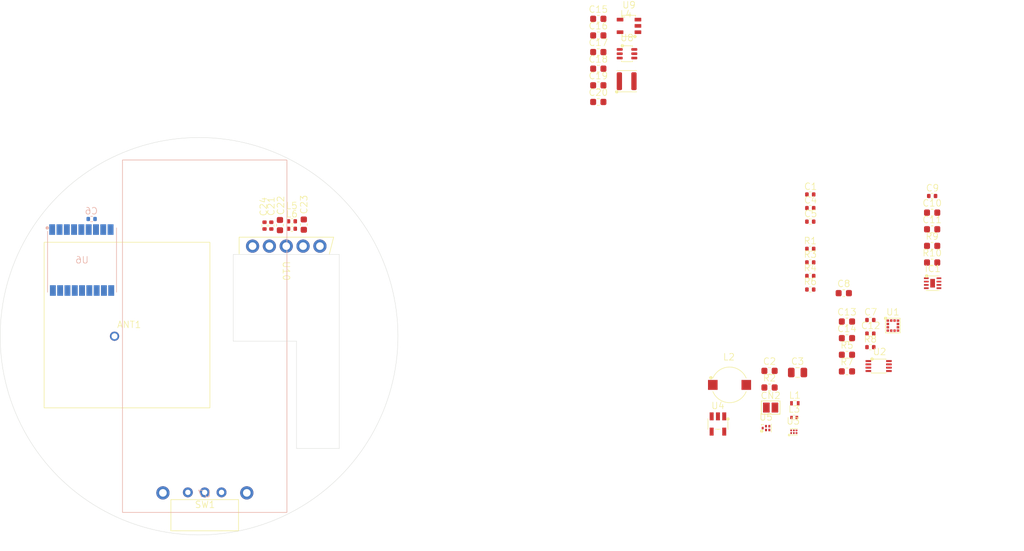
<source format=kicad_pcb>
(kicad_pcb (version 20240108) (generator "pcbnew") (generator_version "8.0")
  (layers (0 "F.Cu" signal) (31 "B.Cu" signal) (34 "B.Paste" user) (35 "F.Paste" user) (36 "B.SilkS" user "B.Silkscreen") (37 "F.SilkS" user "F.Silkscreen") (38 "B.Mask" user) (39 "F.Mask" user) (44 "Edge.Cuts" user))
  (net 0 "")
  (net 1 "Net-(ANT1-Pad1)")
  (net 2 "Net-(C1-Pad2)")
  (net 3 "GND")
  (net 4 "+5V")
  (net 5 "+3.3V_TESEO")
  (net 6 "Net-(U6-RF_IN)")
  (net 7 "Net-(U5-OUT)")
  (net 8 "/GPS/3V3_TESEO_FILTERED")
  (net 9 "+1V8")
  (net 10 "Net-(IC1-BYP)")
  (net 11 "+3.3V")
  (net 12 "+3.3V_RYLR")
  (net 13 "Net-(U1-C1)")
  (net 14 "Net-(U3-PON)")
  (net 15 "/GPS/3V3_RF")
  (net 17 "/3V3_RYLR_EN")
  (net 18 "Net-(U3-IN)")
  (net 19 "Net-(U4-SW)")
  (net 20 "/3V3_TESEO_EN")
  (net 21 "Net-(U4-EN)")
  (net 22 "/GPS/ANTOFF")
  (net 23 "Net-(U4-FB)")
  (net 24 "/MAG_ACC/LSM_SCL")
  (net 25 "/MAG_ACC/LSM_SDA")
  (net 26 "Net-(U2-EN)")
  (net 27 "/SCL")
  (net 28 "/SDA")
  (net 29 "/MAG_ACC_INT1")
  (net 30 "/MAG_ACC_DRDY")
  (net 31 "/MAG_ACC_INT2")
  (net 33 "Net-(U3-OUT)")
  (net 36 "/TESEO_RX")
  (net 37 "/TESEO_WKUP")
  (net 39 "/TESEO_TX")
  (net 40 "/TESEO_NRST")
  (net 41 "+VBAT")
  (net 42 "Net-(U9-NR)")
  (net 43 "Net-(U8-L)")
  (net 44 "+VBAT_ON")
  (net 46 "/1V8_ACC_MAG_EN")
  (net 47 "Net-(U10-VDD)")
  (net 48 "Net-(C21-Pad2)")
  (net 49 "/RYLR998_RX")
  (net 50 "/RYLR998_NRST")
  (net 51 "/RYLR998_TX")
  (footprint "002-Capacitors:C_0402_H0.55" (layer "F.Cu") (at 248.1575 99.599999)
    (property "Reference" "C12" (at 0.05 -1.2 0) (layer "F.SilkS") (effects (font (thickness 0.1))))
    (property "Value" "C_100nF_50V_10%_X7R_0402_H0.55")
    (fp_line (start -0.15 -0.4) (end 0.15 -0.4) (stroke (width 0.1)) (layer "F.SilkS"))
    (fp_line (start 0.15 0.4) (end -0.15 0.4) (stroke (width 0.1)) (layer "F.SilkS"))
    (pad "1" smd roundrect (at -0.51 0) (size 0.54 0.64) (layers "F.Cu" "F.Paste" "F.Mask") (net 9 "+1V8"))
    (pad "2" smd roundrect (at 0.51 0) (size 0.54 0.64) (layers "F.Cu" "F.Paste" "F.Mask") (net 3 "GND"))
  )
  (footprint "001-Resistors:R_0402_H0.4" (layer "F.Cu") (at 239.0975 92.949999)
    (property "Reference" "R6" (at 0 -1.2 0) (layer "F.SilkS") (effects (font (thickness 0.1))))
    (property "Value" "R_10k_5%_1/16W_0402")
    (fp_line (start -0.15 -0.4) (end 0.15 -0.4) (stroke (width 0.1)) (layer "F.SilkS"))
    (fp_line (start 0.15 0.4) (end -0.15 0.4) (stroke (width 0.1)) (layer "F.SilkS"))
    (pad "1" smd roundrect (at -0.51 0) (size 0.54 0.64) (layers "F.Cu" "F.Paste" "F.Mask") (net 22 "/GPS/ANTOFF"))
    (pad "2" smd roundrect (at 0.51 0) (size 0.54 0.64) (layers "F.Cu" "F.Paste" "F.Mask") (net 3 "GND"))
  )
  (footprint "003-Inductors:LTF5022T-100M1R3-D" (layer "F.Cu") (at 226.9175 107.35112)
    (property "Reference" "L2" (at -0.09 -4.21 0) (layer "F.SilkS") (effects (font (thickness 0.1))))
    (property "Value" "L_10uH_20%_1.51A_160mOhm")
    (fp_arc (start -2.509999 -1.02) (mid 0.003719 -2.6946) (end 2.512805 -1.013068) (stroke (width 0.1)) (layer "F.SilkS"))
    (fp_arc (start 2.509967 1.003722) (mid -0.003751 2.678322) (end -2.512837 0.99679) (stroke (width 0.1)) (layer "F.SilkS"))
    (fp_circle (center -2.82 -1.08) (end -2.77 -1.08) (stroke (width 0.2)) (fill none) (layer "F.SilkS"))
    (pad "1" smd rect (at -2.525 0) (size 1.45 1.5) (layers "F.Cu" "F.Paste" "F.Mask") (net 19 "Net-(U4-SW)"))
    (pad "2" smd rect (at 2.525 0) (size 1.45 1.5) (layers "F.Cu" "F.Paste" "F.Mask") (net 5 "+3.3V_TESEO"))
  )
  (footprint "009-Connectors:09.10290.01" (layer "F.Cu") (at 147.75 123.575)
    (property "Reference" "SW1" (at 0.05 1.85 0) (layer "F.SilkS") (effects (font (thickness 0.1))))
    (property "Value" "switch_slide_2pos")
    (fp_line (start -5.1 1.1) (end -5.1 5.8) (stroke (width 0.1)) (layer "F.SilkS"))
    (fp_line (start -5.1 1.1) (end 5.1 1.1) (stroke (width 0.1)) (layer "F.SilkS"))
    (fp_line (start -5.1 5.8) (end 5.1 5.8) (stroke (width 0.1)) (layer "F.SilkS"))
    (fp_line (start 5.1 1.1) (end 5.1 5.8) (stroke (width 0.1)) (layer "F.SilkS"))
    (pad "1" thru_hole circle (at -2.54 0) (size 1.5 1.5) (drill 0.8) (layers "*.Cu" "*.Mask") (net 44 "+VBAT_ON"))
    (pad "2" thru_hole circle (at 0 0) (size 1.5 1.5) (drill 0.8) (layers "*.Cu" "*.Mask") (net 41 "+VBAT"))
    (pad "3" thru_hole circle (at 2.54 0) (size 1.5 1.5) (drill 0.8) (layers "*.Cu" "*.Mask"))
  )
  (footprint "005-ICs:TCA39306DCUR" (layer "F.Cu") (at 249.4075 104.499999)
    (property "Reference" "U2" (at 0.15 -2.15 0) (layer "F.SilkS") (effects (font (thickness 0.1))))
    (property "Value" "TCA39306DCUR")
    (fp_line (start -1.1 1.05) (end -1.1 1) (stroke (width 0.1)) (layer "F.SilkS"))
    (fp_line (start -1.1 1.05) (end 1.1 1.05) (stroke (width 0.1)) (layer "F.SilkS"))
    (fp_line (start -0.75 -1.05) (end 1.1 -1.05) (stroke (width 0.1)) (layer "F.SilkS"))
    (fp_line (start 1.1 -1.05) (end 1.1 -1) (stroke (width 0.1)) (layer "F.SilkS"))
    (fp_line (start 1.1 1.05) (end 1.1 1) (stroke (width 0.1)) (layer "F.SilkS"))
    (fp_circle (center -1 -1.05) (end -0.95 -1.05) (stroke (width 0.2)) (fill none) (layer "F.SilkS"))
    (pad "1" smd roundrect (at -1.55 -0.75) (size 0.85 0.3) (layers "F.Cu" "F.Paste" "F.Mask") (roundrect_rratio 0.1111111111) (net 3 "GND"))
    (pad "2" smd roundrect (at -1.55 -0.25) (size 0.85 0.3) (layers "F.Cu" "F.Paste" "F.Mask") (roundrect_rratio 0.1111111111) (net 9 "+1V8"))
    (pad "3" smd roundrect (at -1.55 0.25) (size 0.85 0.3) (layers "F.Cu" "F.Paste" "F.Mask") (roundrect_rratio 0.1111111111) (net 24 "/MAG_ACC/LSM_SCL"))
    (pad "4" smd roundrect (at -1.55 0.75) (size 0.85 0.3) (layers "F.Cu" "F.Paste" "F.Mask") (roundrect_rratio 0.1111111111) (net 25 "/MAG_ACC/LSM_SDA"))
    (pad "5" smd roundrect (at 1.55 0.75) (size 0.85 0.3) (layers "F.Cu" "F.Paste" "F.Mask") (roundrect_rratio 0.1111111111) (net 28 "/SDA"))
    (pad "6" smd roundrect (at 1.55 0.25) (size 0.85 0.3) (layers "F.Cu" "F.Paste" "F.Mask") (roundrect_rratio 0.1111111111) (net 27 "/SCL"))
    (pad "7" smd roundrect (at 1.55 -0.25) (size 0.85 0.3) (layers "F.Cu" "F.Paste" "F.Mask") (roundrect_rratio 0.1111111111) (net 26 "Net-(U2-EN)"))
    (pad "8" smd roundrect (at 1.55 -0.75) (size 0.85 0.3) (layers "F.Cu" "F.Paste" "F.Mask") (roundrect_rratio 0.1111111111) (net 26 "Net-(U2-EN)"))
  )
  (footprint "002-Capacitors:C_0603_H0.95" (layer "F.Cu") (at 207.12 64.63)
    (property "Reference" "C20" (at 0 -1.43 0) (layer "F.SilkS") (effects (font (thickness 0.1))))
    (property "Value" "C_22uF_25V_20%_X5S_0603_H1")
    (fp_line (start -0.14058 -0.51) (end 0.14058 -0.51) (stroke (width 0.12)) (layer "F.SilkS"))
    (fp_line (start -0.14058 0.51) (end 0.14058 0.51) (stroke (width 0.12)) (layer "F.SilkS"))
    (pad "1" smd roundrect (at -0.775 0) (size 0.9 0.95) (layers "F.Cu" "F.Paste" "F.Mask") (net 44 "+VBAT_ON"))
    (pad "2" smd roundrect (at 0.775 0) (size 0.9 0.95) (layers "F.Cu" "F.Paste" "F.Mask") (net 3 "GND"))
  )
  (footprint "001-Resistors:R_0603_H0.55" (layer "F.Cu") (at 244.6275 102.799999)
    (property "Reference" "R5" (at 0 -1.43 0) (layer "F.SilkS") (effects (font (thickness 0.1))))
    (property "Value" "R_4k7_1%_1/10W_0603")
    (fp_line (start -0.14058 -0.51) (end 0.14058 -0.51) (stroke (width 0.12)) (layer "F.SilkS"))
    (fp_line (start -0.14058 0.51) (end 0.14058 0.51) (stroke (width 0.12)) (layer "F.SilkS"))
    (pad "1" smd roundrect (at -0.775 0) (size 0.9 0.95) (layers "F.Cu" "F.Paste" "F.Mask") (net 9 "+1V8"))
    (pad "2" smd roundrect (at 0.775 0) (size 0.9 0.95) (layers "F.Cu" "F.Paste" "F.Mask") (net 24 "/MAG_ACC/LSM_SCL"))
  )
  (footprint "002-Capacitors:C_0603_H0.95" (layer "F.Cu") (at 207.12 57.1)
    (property "Reference" "C17" (at 0 -1.43 0) (layer "F.SilkS") (effects (font (thickness 0.1))))
    (property "Value" "C_10uF_10V_20%_X5R_0603H0.9")
    (fp_line (start -0.14058 -0.51) (end 0.14058 -0.51) (stroke (width 0.12)) (layer "F.SilkS"))
    (fp_line (start -0.14058 0.51) (end 0.14058 0.51) (stroke (width 0.12)) (layer "F.SilkS"))
    (pad "1" smd roundrect (at -0.775 0) (size 0.9 0.95) (layers "F.Cu" "F.Paste" "F.Mask") (net 9 "+1V8"))
    (pad "2" smd roundrect (at 0.775 0) (size 0.9 0.95) (layers "F.Cu" "F.Paste" "F.Mask") (net 3 "GND"))
  )
  (footprint "010-RF:ANT2525B00DT1516S" (layer "F.Cu") (at 136.035 98.315)
    (property "Reference" "ANT1" (at 0.315 -0.065 0) (layer "F.SilkS") (effects (font (thickness 0.1))))
    (property "Value" "ANT2525B00DT1516S")
    (fp_rect (start -12.5 -12.5) (end 12.5 12.5) (stroke (width 0.1)) (fill none) (layer "F.SilkS"))
    (pad "1" thru_hole circle (at -1.885 1.685) (size 1.4 1.4) (drill 0.9) (layers "*.Cu" "*.Mask") (net 1 "Net-(ANT1-Pad1)"))
  )
  (footprint "010-RF:BGA725L6E6327FTSA1" (layer "F.Cu") (at 236.6175 114.419999)
    (property "Reference" "U3" (at -0.1 -1.6 0) (layer "F.SilkS") (effects (font (thickness 0.1))))
    (property "Value" "BGA725L6E6327FTSA1")
    (fp_line (start -0.4 0.5) (end 0.55 0.5) (stroke (width 0.1)) (layer "F.SilkS"))
    (fp_line (start 0.55 -0.45) (end -0.55 -0.45) (stroke (width 0.1)) (layer "F.SilkS"))
    (fp_circle (center -0.7 0.5) (end -0.65 0.5) (stroke (width 0.15)) (fill none) (layer "F.SilkS"))
    (pad "" smd circle (at -0.4 -0.2) (size 0.25 0.25) (layers "F.Cu" "F.Paste"))
    (pad "" smd circle (at -0.4 0.2) (size 0.25 0.25) (layers "F.Cu" "F.Paste"))
    (pad "" smd circle (at 0 -0.2) (size 0.25 0.25) (layers "F.Cu" "F.Paste"))
    (pad "" smd circle (at 0 0.2) (size 0.25 0.25) (layers "F.Cu" "F.Paste"))
    (pad "" smd circle (at 0.4 -0.2) (size 0.25 0.25) (layers "F.Cu" "F.Paste"))
    (pad "" smd circle (at 0.4 0.2) (size 0.25 0.25) (layers "F.Cu" "F.Paste"))
    (pad "1" smd rect (at -0.4 0.2) (size 0.25 0.25) (layers "F.Cu" "F.Mask") (net 3 "GND"))
    (pad "2" smd rect (at 0 0.2) (size 0.25 0.25) (layers "F.Cu" "F.Mask") (net 15 "/GPS/3V3_RF"))
    (pad "3" smd rect (at 0.4 0.2) (size 0.25 0.25) (layers "F.Cu" "F.Mask") (net 33 "Net-(U3-OUT)"))
    (pad "4" smd rect (at 0.4 -0.2) (size 0.25 0.25) (layers "F.Cu" "F.Mask") (net 3 "GND"))
    (pad "5" smd rect (at 0 -0.2) (size 0.25 0.25) (layers "F.Cu" "F.Mask") (net 18 "Net-(U3-IN)"))
    (pad "6" smd rect (at -0.4 -0.2) (size 0.25 0.25) (layers "F.Cu" "F.Mask") (net 14 "Net-(U3-PON)"))
  )
  (footprint "004-Power:ST1S12GR" (layer "F.Cu") (at 225.1675 113.249999)
    (property "Reference" "U4" (at 0 -2.75 0) (layer "F.SilkS") (effects (font (thickness 0.1))))
    (property "Value" "ST1S12GR")
    (fp_line (start -1.5 0.8) (end -1.5 -0.8) (stroke (width 0.1)) (layer "F.SilkS"))
    (fp_line (start -0.35 0.8) (end 0.35 0.8) (stroke (width 0.1)) (layer "F.SilkS"))
    (fp_line (start 1.5 0.8) (end 1.5 -0.4) (stroke (width 0.1)) (layer "F.SilkS"))
    (fp_circle (center 1.5 -0.75) (end 1.55 -0.75) (stroke (width 0.2)) (fill none) (layer "F.SilkS"))
    (pad "1" smd rect (at 0.95 -1.15) (size 0.6 1.2) (layers "F.Cu" "F.Paste" "F.Mask") (net 21 "Net-(U4-EN)"))
    (pad "2" smd rect (at 0 -1.15) (size 0.6 1.2) (layers "F.Cu" "F.Paste" "F.Mask") (net 3 "GND"))
    (pad "3" smd rect (at -0.95 -1.15) (size 0.6 1.2) (layers "F.Cu" "F.Paste" "F.Mask") (net 19 "Net-(U4-SW)"))
    (pad "4" smd rect (at -0.95 1.15) (size 0.6 1.2) (layers "F.Cu" "F.Paste" "F.Mask") (net 4 "+5V"))
    (pad "5" smd rect (at 0.95 1.15) (size 0.6 1.2) (layers "F.Cu" "F.Paste" "F.Mask") (net 23 "Net-(U4-FB)"))
  )
  (footprint "001-Resistors:R_0603_H0.55" (layer "F.Cu") (at 257.4775 88.869999)
    (property "Reference" "R10" (at 0 -1.43 0) (layer "F.SilkS") (effects (font (thickness 0.1))))
    (property "Value" "R_4k7_1%_1/10W_0603")
    (fp_line (start -0.14058 -0.51) (end 0.14058 -0.51) (stroke (width 0.12)) (layer "F.SilkS"))
    (fp_line (start -0.14058 0.51) (end 0.14058 0.51) (stroke (width 0.12)) (layer "F.SilkS"))
    (pad "1" smd roundrect (at -0.775 0) (size 0.9 0.95) (layers "F.Cu" "F.Paste" "F.Mask") (net 11 "+3.3V"))
    (pad "2" smd roundrect (at 0.775 0) (size 0.9 0.95) (layers "F.Cu" "F.Paste" "F.Mask") (net 28 "/SDA"))
  )
  (footprint "003-Inductors:LQG15HS27NJ02D" (layer "F.Cu") (at 236.6675 112.269999)
    (property "Reference" "L3" (at 0 -1.25 0) (layer "F.SilkS") (effects (font (thickness 0.1))))
    (property "Value" "L_27nH_5%_0.35A_460mOhm")
    (fp_line (start -0.15 -0.35) (end 0.15 -0.35) (stroke (width 0.1)) (layer "F.SilkS"))
    (fp_line (start -0.15 0.35) (end 0.15 0.35) (stroke (width 0.1)) (layer "F.SilkS"))
    (pad "1" smd rect (at -0.4 0) (size 0.4 0.5) (layers "F.Cu" "F.Paste" "F.Mask") (net 5 "+3.3V_TESEO"))
    (pad "2" smd rect (at 0.4 0) (size 0.4 0.5) (layers "F.Cu" "F.Paste" "F.Mask") (net 8 "/GPS/3V3_TESEO_FILTERED"))
  )
  (footprint "002-Capacitors:C_0603_H0.95" (layer "F.Cu") (at 244.6275 97.779999)
    (property "Reference" "C13" (at 0 -1.43 0) (layer "F.SilkS") (effects (font (thickness 0.1))))
    (property "Value" "C_220nF_50V_10%_X7R_0603_H0.9")
    (fp_line (start -0.14058 -0.51) (end 0.14058 -0.51) (stroke (width 0.12)) (layer "F.SilkS"))
    (fp_line (start -0.14058 0.51) (end 0.14058 0.51) (stroke (width 0.12)) (layer "F.SilkS"))
    (pad "1" smd roundrect (at -0.775 0) (size 0.9 0.95) (layers "F.Cu" "F.Paste" "F.Mask") (net 13 "Net-(U1-C1)"))
    (pad "2" smd roundrect (at 0.775 0) (size 0.9 0.95) (layers "F.Cu" "F.Paste" "F.Mask") (net 3 "GND"))
  )
  (footprint "001-Resistors:R_0402_H0.4" (layer "F.Cu") (at 239.0975 86.799999)
    (property "Reference" "R1" (at 0 -1.2 0) (layer "F.SilkS") (effects (font (thickness 0.1))))
    (property "Value" "R_1M_5%_1/16W_0402")
    (fp_line (start -0.15 -0.4) (end 0.15 -0.4) (stroke (width 0.1)) (layer "F.SilkS"))
    (fp_line (start 0.15 0.4) (end -0.15 0.4) (stroke (width 0.1)) (layer "F.SilkS"))
    (pad "1" smd roundrect (at -0.51 0) (size 0.54 0.64) (layers "F.Cu" "F.Paste" "F.Mask") (net 20 "/3V3_TESEO_EN"))
    (pad "2" smd roundrect (at 0.51 0) (size 0.54 0.64) (layers "F.Cu" "F.Paste" "F.Mask") (net 21 "Net-(U4-EN)"))
  )
  (footprint "004-Power:TPS61222DCKR" (layer "F.Cu") (at 211.45 57.35)
    (property "Reference" "U8" (at 0 -2.4 0) (layer "F.SilkS") (effects (font (thickness 0.1))))
    (property "Value" "TPS61222DCKR")
    (fp_line (start -0.8 1.05) (end -0.8 1.2) (stroke (width 0.1)) (layer "F.SilkS"))
    (fp_line (start -0.8 1.2) (end 0.8 1.2) (stroke (width 0.1)) (layer "F.SilkS"))
    (fp_line (start 0.8 -1.2) (end -0.45 -1.2) (stroke (width 0.1)) (layer "F.SilkS"))
    (fp_line (start 0.8 -1.05) (end 0.8 -1.2) (stroke (width 0.1)) (layer "F.SilkS"))
    (fp_line (start 0.8 1.2) (end 0.8 1.05) (stroke (width 0.1)) (layer "F.SilkS"))
    (fp_circle (center -0.7 -1.2) (end -0.65 -1.2) (stroke (width 0.2)) (fill none) (layer "F.SilkS"))
    (pad "1" smd roundrect (at -1.1 -0.65) (size 0.9 0.4) (layers "F.Cu" "F.Paste" "F.Mask") (net 44 "+VBAT_ON"))
    (pad "2" smd roundrect (at -1.1 0) (size 0.9 0.4) (layers "F.Cu" "F.Paste" "F.Mask") (net 4 "+5V"))
    (pad "3" smd roundrect (at -1.1 0.65) (size 0.9 0.4) (layers "F.Cu" "F.Paste" "F.Mask") (net 3 "GND"))
    (pad "4" smd roundrect (at 1.1 0.65 180) (size 0.9 0.4) (layers "F.Cu" "F.Paste" "F.Mask") (net 4 "+5V"))
    (pad "5" smd roundrect (at 1.1 0 180) (size 0.9 0.4) (layers "F.Cu" "F.Paste" "F.Mask") (net 43 "Net-(U8-L)"))
    (pad "6" smd roundrect (at 1.1 -0.65 180) (size 0.9 0.4) (layers "F.Cu" "F.Paste" "F.Mask") (net 44 "+VBAT_ON"))
  )
  (footprint "002-Capacitors:C_0402_H0.55" (layer "F.Cu") (at 239.0975 80.649999)
    (property "Reference" "C4" (at 0.05 -1.2 0) (layer "F.SilkS") (effects (font (thickness 0.1))))
    (property "Value" "C_120pF_50V_5%_C0G_0402_H0.55")
    (fp_line (start -0.15 -0.4) (end 0.15 -0.4) (stroke (width 0.1)) (layer "F.SilkS"))
    (fp_line (start 0.15 0.4) (end -0.15 0.4) (stroke (width 0.1)) (layer "F.SilkS"))
    (pad "1" smd roundrect (at -0.51 0) (size 0.54 0.64) (layers "F.Cu" "F.Paste" "F.Mask") (net 7 "Net-(U5-OUT)"))
    (pad "2" smd roundrect (at 0.51 0) (size 0.54 0.64) (layers "F.Cu" "F.Paste" "F.Mask") (net 6 "Net-(U6-RF_IN)"))
  )
  (footprint "002-Capacitors:C_0603_H0.95" (layer "F.Cu") (at 207.12 62.12)
    (property "Reference" "C19" (at 0 -1.43 0) (layer "F.SilkS") (effects (font (thickness 0.1))))
    (property "Value" "C_22uF_25V_20%_X5S_0603_H1")
    (fp_line (start -0.14058 -0.51) (end 0.14058 -0.51) (stroke (width 0.12)) (layer "F.SilkS"))
    (fp_line (start -0.14058 0.51) (end 0.14058 0.51) (stroke (width 0.12)) (layer "F.SilkS"))
    (pad "1" smd roundrect (at -0.775 0) (size 0.9 0.95) (layers "F.Cu" "F.Paste" "F.Mask") (net 4 "+5V"))
    (pad "2" smd roundrect (at 0.775 0) (size 0.9 0.95) (layers "F.Cu" "F.Paste" "F.Mask") (net 3 "GND"))
  )
  (footprint "002-Capacitors:C_0603_H0.95" (layer "F.Cu") (at 207.12 52.08)
    (property "Reference" "C15" (at 0 -1.43 0) (layer "F.SilkS") (effects (font (thickness 0.1))))
    (property "Value" "C_4.7uF_10V_10%_X7S_0603_H0.95")
    (fp_line (start -0.14058 -0.51) (end 0.14058 -0.51) (stroke (width 0.12)) (layer "F.SilkS"))
    (fp_line (start -0.14058 0.51) (end 0.14058 0.51) (stroke (width 0.12)) (layer "F.SilkS"))
    (pad "1" smd roundrect (at -0.775 0) (size 0.9 0.95) (layers "F.Cu" "F.Paste" "F.Mask") (net 41 "+VBAT"))
    (pad "2" smd roundrect (at 0.775 0) (size 0.9 0.95) (layers "F.Cu" "F.Paste" "F.Mask") (net 3 "GND"))
  )
  (footprint "001-Resistors:R_0603_H0.55" (layer "F.Cu") (at 232.9475 107.739999)
    (property "Reference" "R2" (at 0 -1.43 0) (layer "F.SilkS") (effects (font (thickness 0.1))))
    (property "Value" "R_0R_0603")
    (fp_line (start -0.14058 -0.51) (end 0.14058 -0.51) (stroke (width 0.12)) (layer "F.SilkS"))
    (fp_line (start -0.14058 0.51) (end 0.14058 0.51) (stroke (width 0.12)) (layer "F.SilkS"))
    (pad "1" smd roundrect (at -0.775 0) (size 0.9 0.95) (layers "F.Cu" "F.Paste" "F.Mask") (net 14 "Net-(U3-PON)"))
    (pad "2" smd roundrect (at 0.775 0) (size 0.9 0.95) (layers "F.Cu" "F.Paste" "F.Mask") (net 22 "/GPS/ANTOFF"))
  )
  (footprint "002-Capacitors:C_0603_H0.95" (layer "F.Cu") (at 232.9475 105.229999)
    (property "Reference" "C2" (at 0 -1.43 0) (layer "F.SilkS") (effects (font (thickness 0.1))))
    (property "Value" "C_4.7uF_10V_10%_X7S_0603_H0.95")
    (fp_line (start -0.14058 -0.51) (end 0.14058 -0.51) (stroke (width 0.12)) (layer "F.SilkS"))
    (fp_line (start -0.14058 0.51) (end 0.14058 0.51) (stroke (width 0.12)) (layer "F.SilkS"))
    (pad "1" smd roundrect (at -0.775 0) (size 0.9 0.95) (layers "F.Cu" "F.Paste" "F.Mask") (net 3 "GND"))
    (pad "2" smd roundrect (at 0.775 0) (size 0.9 0.95) (layers "F.Cu" "F.Paste" "F.Mask") (net 4 "+5V"))
  )
  (footprint "002-Capacitors:C_0603_H0.95" (layer "F.Cu") (at 207.12 59.61)
    (property "Reference" "C18" (at 0 -1.43 0) (layer "F.SilkS") (effects (font (thickness 0.1))))
    (property "Value" "C_100pF_50V_5%_C0G_0603_H0.9")
    (fp_line (start -0.14058 -0.51) (end 0.14058 -0.51) (stroke (width 0.12)) (layer "F.SilkS"))
    (fp_line (start -0.14058 0.51) (end 0.14058 0.51) (stroke (width 0.12)) (layer "F.SilkS"))
    (pad "1" smd roundrect (at -0.775 0) (size 0.9 0.95) (layers "F.Cu" "F.Paste" "F.Mask") (net 42 "Net-(U9-NR)"))
    (pad "2" smd roundrect (at 0.775 0) (size 0.9 0.95) (layers "F.Cu" "F.Paste" "F.Mask") (net 3 "GND"))
  )
  (footprint "001-Resistors:R_0402_H0.4" (layer "F.Cu") (at 239.0975 90.899999)
    (property "Reference" "R4" (at 0 -1.2 0) (layer "F.SilkS") (effects (font (thickness 0.1))))
    (property "Value" "R_15k_1%_1/16W_0402")
    (fp_line (start -0.15 -0.4) (end 0.15 -0.4) (stroke (width 0.1)) (layer "F.SilkS"))
    (fp_line (start 0.15 0.4) (end -0.15 0.4) (stroke (width 0.1)) (layer "F.SilkS"))
    (pad "1" smd roundrect (at -0.51 0) (size 0.54 0.64) (layers "F.Cu" "F.Paste" "F.Mask") (net 23 "Net-(U4-FB)"))
    (pad "2" smd roundrect (at 0.51 0) (size 0.54 0.64) (layers "F.Cu" "F.Paste" "F.Mask") (net 3 "GND"))
  )
  (footprint "002-Capacitors:C_0402_H0.55" (layer "F.Cu") (at 157.8 83.3 -90)
    (property "Reference" "C21" (at -2.925 0.025 90) (layer "F.SilkS") (effects (font (thickness 0.1))))
    (property "Value" "C_100nF_50V_10%_X7R_0402_H0.55")
    (fp_line (start 0.15 0.4) (end -0.15 0.4) (stroke (width 0.1)) (layer "F.SilkS"))
    (fp_line (start -0.15 -0.4) (end 0.15 -0.4) (stroke (width 0.1)) (layer "F.SilkS"))
    (pad "1" smd roundrect (at -0.51 0 270) (size 0.54 0.64) (layers "F.Cu" "F.Paste" "F.Mask") (net 47 "Net-(U10-VDD)"))
    (pad "2" smd roundrect (at 0.51 0 270) (size 0.54 0.64) (layers "F.Cu" "F.Paste" "F.Mask") (net 48 "Net-(C21-Pad2)"))
  )
  (footprint "001-Resistors:R_0402_H0.4" (layer "F.Cu") (at 248.1575 101.649999)
    (property "Reference" "R8" (at 0 -1.2 0) (layer "F.SilkS") (effects (font (thickness 0.1))))
    (property "Value" "R_200k_1%_1/16W_0402")
    (fp_line (start -0.15 -0.4) (end 0.15 -0.4) (stroke (width 0.1)) (layer "F.SilkS"))
    (fp_line (start 0.15 0.4) (end -0.15 0.4) (stroke (width 0.1)) (layer "F.SilkS"))
    (pad "1" smd roundrect (at -0.51 0) (size 0.54 0.64) (layers "F.Cu" "F.Paste" "F.Mask") (net 11 "+3.3V"))
    (pad "2" smd roundrect (at 0.51 0) (size 0.54 0.64) (layers "F.Cu" "F.Paste" "F.Mask") (net 26 "Net-(U2-EN)"))
  )
  (footprint "002-Capacitors:C_0603_H0.95" (layer "F.Cu") (at 244.6275 100.289999)
    (property "Reference" "C14" (at 0 -1.43 0) (layer "F.SilkS") (effects (font (thickness 0.1))))
    (property "Value" "C_10uF_10V_20%_X5R_0603H0.9")
    (fp_line (start -0.14058 -0.51) (end 0.14058 -0.51) (stroke (width 0.12)) (layer "F.SilkS"))
    (fp_line (start -0.14058 0.51) (end 0.14058 0.51) (stroke (width 0.12)) (layer "F.SilkS"))
    (pad "1" smd roundrect (at -0.775 0) (size 0.9 0.95) (layers "F.Cu" "F.Paste" "F.Mask") (net 9 "+1V8"))
    (pad "2" smd roundrect (at 0.775 0) (size 0.9 0.95) (layers "F.Cu" "F.Paste" "F.Mask") (net 3 "GND"))
  )
  (footprint "010-RF:B39162B4327P810" (layer "F.Cu") (at 232.4175 113.869999)
    (property "Reference" "U5" (at 0 -1.65 0) (layer "F.SilkS") (effects (font (thickness 0.1))))
    (property "Value" "B39162B4327P810")
    (fp_line (start -0.7 -0.55) (end -0.7 -0.4) (stroke (width 0.1)) (layer "F.SilkS"))
    (fp_line (start -0.7 -0.55) (end -0.35 -0.55) (stroke (width 0.1)) (layer "F.SilkS"))
    (fp_line (start 0.8 -0.6) (end 0.8 0.6) (stroke (width 0.1)) (layer "F.SilkS"))
    (fp_circle (center -0.65 0.45) (end -0.6 0.45) (stroke (width 0.2)) (fill none) (layer "F.SilkS"))
    (pad "1" smd rect (at -0.5 0) (size 0.3 0.375) (layers "F.Cu" "F.Paste" "F.Mask") (net 33 "Net-(U3-OUT)"))
    (pad "2" smd rect (at 0 0.2875) (size 0.3 0.375) (layers "F.Cu" "F.Paste" "F.Mask") (net 3 "GND"))
    (pad "3" smd rect (at 0.5 0.2875) (size 0.3 0.375) (layers "F.Cu" "F.Paste" "F.Mask") (net 3 "GND"))
    (pad "4" smd rect (at 0.5 -0.2875) (size 0.3 0.375) (layers "F.Cu" "F.Paste" "F.Mask") (net 7 "Net-(U5-OUT)"))
    (pad "5" smd rect (at 0 -0.2875) (size 0.3 0.375) (layers "F.Cu" "F.Paste" "F.Mask") (net 3 "GND"))
  )
  (footprint "002-Capacitors:C_0402_H0.55" (layer "F.Cu") (at 248.1575 97.549999)
    (property "Reference" "C7" (at 0.05 -1.2 0) (layer "F.SilkS") (effects (font (thickness 0.1))))
    (property "Value" "C_100nF_50V_10%_X7R_0402_H0.55")
    (fp_line (start -0.15 -0.4) (end 0.15 -0.4) (stroke (width 0.1)) (layer "F.SilkS"))
    (fp_line (start 0.15 0.4) (end -0.15 0.4) (stroke (width 0.1)) (layer "F.SilkS"))
    (pad "1" smd roundrect (at -0.51 0) (size 0.54 0.64) (layers "F.Cu" "F.Paste" "F.Mask") (net 9 "+1V8"))
    (pad "2" smd roundrect (at 0.51 0) (size 0.54 0.64) (layers "F.Cu" "F.Paste" "F.Mask") (net 3 "GND"))
  )
  (footprint "002-Capacitors:C_0603_H0.95" (layer "F.Cu") (at 162.7 83.15 -90)
    (property "Reference" "C23" (at -3.025 -0.025 90) (layer "F.SilkS") (effects (font (thickness 0.1))))
    (property "Value" "C_10uF_10V_20%_X5R_0603H0.9")
    (fp_line (start -0.14058 0.51) (end 0.14058 0.51) (stroke (width 0.12)) (layer "F.SilkS"))
    (fp_line (start -0.14058 -0.51) (end 0.14058 -0.51) (stroke (width 0.12)) (layer "F.SilkS"))
    (pad "1" smd roundrect (at -0.775 0 270) (size 0.9 0.95) (layers "F.Cu" "F.Paste" "F.Mask") (net 12 "+3.3V_RYLR"))
    (pad "2" smd roundrect (at 0.775 0 270) (size 0.9 0.95) (layers "F.Cu" "F.Paste" "F.Mask") (net 3 "GND"))
  )
  (footprint "001-Resistors:R_0402_H0.4" (layer "F.Cu") (at 239.0975 88.849999)
    (property "Reference" "R3" (at 0 -1.2 0) (layer "F.SilkS") (effects (font (thickness 0.1))))
    (property "Value" "R_68k_1%_1/16W_0402")
    (fp_line (start -0.15 -0.4) (end 0.15 -0.4) (stroke (width 0.1)) (layer "F.SilkS"))
    (fp_line (start 0.15 0.4) (end -0.15 0.4) (stroke (width 0.1)) (layer "F.SilkS"))
    (pad "1" smd roundrect (at -0.51 0) (size 0.54 0.64) (layers "F.Cu" "F.Paste" "F.Mask") (net 19 "Net-(U4-SW)"))
    (pad "2" smd roundrect (at 0.51 0) (size 0.54 0.64) (layers "F.Cu" "F.Paste" "F.Mask") (net 23 "Net-(U4-FB)"))
  )
  (footprint "009-Connectors:SolderJumper-2_Open" (layer "F.Cu") (at 233.1175 110.769999)
    (property "Reference" "CN2" (at 0 -1.8 0) (layer "F.SilkS") (effects (font (thickness 0.1))))
    (property "Value" "Solder_Jumper-2_Open")
    (fp_line (start -1.4 -1) (end 1.4 -1) (stroke (width 0.12)) (layer "F.SilkS"))
    (fp_line (start -1.4 1) (end -1.4 -1) (stroke (width 0.12)) (layer "F.SilkS"))
    (fp_line (start 1.4 -1) (end 1.4 1) (stroke (width 0.12)) (layer "F.SilkS"))
    (fp_line (start 1.4 1) (end -1.4 1) (stroke (width 0.12)) (layer "F.SilkS"))
    (pad "1" smd rect (at -0.65 0) (size 1 1.5) (layers "F.Cu" "F.Mask") (net 15 "/GPS/3V3_RF"))
    (pad "2" smd rect (at 0.65 0) (size 1 1.5) (layers "F.Cu" "F.Mask") (net 14 "Net-(U3-PON)"))
  )
  (footprint "001-Resistors:R_0603_H0.55" (layer "F.Cu") (at 244.6275 105.309999)
    (property "Reference" "R7" (at 0 -1.43 0) (layer "F.SilkS") (effects (font (thickness 0.1))))
    (property "Value" "R_4k7_1%_1/10W_0603")
    (fp_line (start -0.14058 -0.51) (end 0.14058 -0.51) (stroke (width 0.12)) (layer "F.SilkS"))
    (fp_line (start -0.14058 0.51) (end 0.14058 0.51) (stroke (width 0.12)) (layer "F.SilkS"))
    (pad "1" smd roundrect (at -0.775 0) (size 0.9 0.95) (layers "F.Cu" "F.Paste" "F.Mask") (net 9 "+1V8"))
    (pad "2" smd roundrect (at 0.775 0) (size 0.9 0.95) (layers "F.Cu" "F.Paste" "F.Mask") (net 25 "/MAG_ACC/LSM_SDA"))
  )
  (footprint "003-Inductors:LQH3NPZ4R7MGRL" (layer "F.Cu") (at 211.4 61.5)
    (property "Reference" "L4" (at -0.1 -10.15 0) (layer "F.SilkS") (effects (font (thickness 0.1))))
    (property "Value" "L_4.7uH_20%_850mA_168mOhm")
    (fp_line (start -1.5 -1.6) (end 1.5 -1.6) (stroke (width 0.1)) (layer "F.SilkS"))
    (fp_line (start -1.2 1.6) (end 1.5 1.6) (stroke (width 0.1)) (layer "F.SilkS"))
    (fp_circle (center -1.5 1.6) (end -1.45 1.6) (stroke (width 0.2)) (fill none) (layer "F.SilkS"))
    (pad "1" smd roundrect (at -1.1 0) (size 0.8 2.7) (layers "F.Cu" "F.Paste" "F.Mask") (net 44 "+VBAT_ON"))
    (pad "2" smd roundrect (at 1.1 0) (size 0.8 2.7) (layers "F.Cu" "F.Paste" "F.Mask") (net 43 "Net-(U8-L)"))
  )
  (footprint "008-Sensors:LSM303AHTR" (layer "F.Cu") (at 251.5575 98.399999)
    (property "Reference" "U1" (at 0 -2.05 0) (layer "F.SilkS") (effects (font (thickness 0.1))))
    (property "Value" "LSM303AH")
    (fp_line (start -1.1 -0.85) (end -1.1 1.1) (stroke (width 0.1)) (layer "F.SilkS"))
    (fp_line (start -1.1 1.1) (end 1.1 1.1) (stroke (width 0.1)) (layer "F.SilkS"))
    (fp_line (start 1.1 -1.11) (end -0.85 -1.11) (stroke (width 0.1)) (layer "F.SilkS"))
    (fp_line (start 1.1 1.1) (end 1.1 -1.11) (stroke (width 0.1)) (layer "F.SilkS"))
    (fp_circle (center -1.1 -1.11) (end -1.05 -1.11) (stroke (width 0.2)) (fill none) (layer "F.SilkS"))
    (pad "1" smd rect (at -0.762 -0.750189 90) (size 0.3556 0.381) (layers "F.Cu" "F.Paste" "F.Mask") (net 24 "/MAG_ACC/LSM_SCL"))
    (pad "2" smd rect (at -0.762 -0.250063 90) (size 0.3556 0.381) (layers "F.Cu" "F.Paste" "F.Mask") (net 9 "+1V8"))
    (pad "3" smd rect (at -0.762 0.250063 90) (size 0.3556 0.381) (layers "F.Cu" "F.Paste" "F.Mask"))
    (pad "4" smd rect (at -0.762 0.750189 90) (size 0.3556 0.381) (layers "F.Cu" "F.Paste" "F.Mask") (net 25 "/MAG_ACC/LSM_SDA"))
    (pad "5" smd rect (at -0.250063 0.762) (size 0.3556 0.381) (layers "F.Cu" "F.Paste" "F.Mask") (net 13 "Net-(U1-C1)"))
    (pad "6" smd rect (at 0.250063 0.762) (size 0.3556 0.381) (layers "F.Cu" "F.Paste" "F.Mask") (net 3 "GND"))
    (pad "7" smd rect (at 0.762 0.750189 90) (size 0.3556 0.381) (layers "F.Cu" "F.Paste" "F.Mask") (net 30 "/MAG_ACC_DRDY"))
    (pad "8" smd rect (at 0.762 0.250063 90) (size 0.3556 0.381) (layers "F.Cu" "F.Paste" "F.Mask") (net 3 "GND"))
    (pad "9" smd rect (at 0.762 -0.250063 90) (size 0.3556 0.381) (layers "F.Cu" "F.Paste" "F.Mask") (net 9 "+1V8"))
    (pad "10" smd rect (at 0.762 -0.750189 90) (size 0.3556 0.381) (layers "F.Cu" "F.Paste" "F.Mask") (net 9 "+1V8"))
    (pad "11" smd rect (at 0.250063 -0.762) (size 0.3556 0.381) (layers "F.Cu" "F.Paste" "F.Mask") (net 31 "/MAG_ACC_INT2"))
    (pad "12" smd rect (at -0.250063 -0.762) (size 0.3556 0.381) (layers "F.Cu" "F.Paste" "F.Mask") (net 29 "/MAG_ACC_INT1"))
  )
  (footprint "002-Capacitors:C_0402_H0.55" (layer "F.Cu") (at 239.0975 78.599999)
    (property "Reference" "C1" (at 0.05 -1.2 0) (layer "F.SilkS") (effects (font (thickness 0.1))))
    (property "Value" "C_120pF_50V_5%_C0G_0402_H0.55")
    (fp_line (start -0.15 -0.4) (end 0.15 -0.4) (stroke (width 0.1)) (layer "F.SilkS"))
    (fp_line (start 0.15 0.4) (end -0.15 0.4) (stroke (width 0.1)) (layer "F.SilkS"))
    (pad "1" smd roundrect (at -0.51 0) (size 0.54 0.64) (layers "F.Cu" "F.Paste" "F.Mask") (net 1 "Net-(ANT1-Pad1)"))
    (pad "2" smd roundrect (at 0.51 0) (size 0.54 0.64) (layers "F.Cu" "F.Paste" "F.Mask") (net 2 "Net-(C1-Pad2)"))
  )
  (footprint "002-Capacitors:C_0603_H0.95" (layer "F.Cu") (at 207.12 54.59)
    (property "Reference" "C16" (at 0 -1.43 0) (layer "F.SilkS") (effects (font (thickness 0.1))))
    (property "Value" "C_1uF_50V_10%_X5R_0603_H0.9")
    (fp_line (start -0.14058 -0.51) (end 0.14058 -0.51) (stroke (width 0.12)) (layer "F.SilkS"))
    (fp_line (start -0.14058 0.51) (end 0.14058 0.51) (stroke (width 0.12)) (layer "F.SilkS"))
    (pad "1" smd roundrect (at -0.775 0) (size 0.9 0.95) (layers "F.Cu" "F.Paste" "F.Mask") (net 44 "+VBAT_ON"))
    (pad "2" smd roundrect (at 0.775 0) (size 0.9 0.95) (layers "F.Cu" "F.Paste" "F.Mask") (net 3 "GND"))
  )
  (footprint "002-Capacitors:C_0805_H1.4" (layer "F.Cu") (at 237.1775 105.479999)
    (property "Reference" "C3" (at 0 -1.68 0) (layer "F.SilkS") (effects (font (thickness 0.1))))
    (property "Value" "C_22uF_6.3V_20%_X5R_0805_H1.4")
    (fp_line (start -0.261252 -0.735) (end 0.261252 -0.735) (stroke (width 0.12)) (layer "F.SilkS"))
    (fp_line (start -0.261252 0.735) (end 0.261252 0.735) (stroke (width 0.12)) (layer "F.SilkS"))
    (pad "1" smd roundrect (at -0.95 0) (size 1 1.45) (layers "F.Cu" "F.Paste" "F.Mask") (net 5 "+3.3V_TESEO"))
    (pad "2" smd roundrect (at 0.95 0) (size 1 1.45) (layers "F.Cu" "F.Paste" "F.Mask") (net 3 "GND"))
  )
  (footprint "003-Inductors:FERR_0402_H0.55" (layer "F.Cu") (at 160.9 82.65 180)
    (property "Reference" "L5" (at 0.025 2.35 0) (layer "F.SilkS") (effects (font (thickness 0.1))))
    (property "Value" "FERR_120R@100MHz_5%_1.5A_95mOhm")
    (fp_line (start 0.15 0.4) (end -0.15 0.4) (stroke (width 0.1)) (layer "F.SilkS"))
    (fp_line (start -0.15 -0.4) (end 0.15 -0.4) (stroke (width 0.1)) (layer "F.SilkS"))
    (pad "1" smd roundrect (at -0.51 0 180) (size 0.54 0.64) (layers "F.Cu" "F.Paste" "F.Mask") (net 12 "+3.3V_RYLR"))
    (pad "2" smd roundrect (at 0.51 0 180) (size 0.54 0.64) (layers "F.Cu" "F.Paste" "F.Mask") (net 47 "Net-(U10-VDD)"))
  )
  (footprint "002-Capacitors:C_0603_H0.95" (layer "F.Cu") (at 257.4775 83.849999)
    (property "Reference" "C11" (at 0 -1.43 0) (layer "F.SilkS") (effects (font (thickness 0.1))))
    (property "Value" "C_1uF_50V_10%_X5R_0603_H0.9")
    (fp_line (start -0.14058 -0.51) (end 0.14058 -0.51) (stroke (width 0.12)) (layer "F.SilkS"))
    (fp_line (start -0.14058 0.51) (end 0.14058 0.51) (stroke (width 0.12)) (layer "F.SilkS"))
    (pad "1" smd roundrect (at -0.775 0) (size 0.9 0.95) (layers "F.Cu" "F.Paste" "F.Mask") (net 12 "+3.3V_RYLR"))
    (pad "2" smd roundrect (at 0.775 0) (size 0.9 0.95) (layers "F.Cu" "F.Paste" "F.Mask") (net 3 "GND"))
  )
  (footprint "003-Inductors:LQW15AN5N6G80D" (layer "F.Cu") (at 236.7675 110.119999)
    (property "Reference" "L1" (at 0 -1.2 0) (layer "F.SilkS") (effects (font (thickness 0.1))))
    (property "Value" "L_5.6nH_2%_1.77A_40mOhm")
    (fp_line (start -0.2 -0.4) (end 0.2 -0.4) (stroke (width 0.1)) (layer "F.SilkS"))
    (fp_line (start 0.2 0.4) (end -0.2 0.4) (stroke (width 0.1)) (layer "F.SilkS"))
    (pad "1" smd rect (at -0.505 0) (size 0.41 0.66) (layers "F.Cu" "F.Paste" "F.Mask") (net 2 "Net-(C1-Pad2)"))
    (pad "2" smd rect (at 0.505 0) (size 0.41 0.66) (layers "F.Cu" "F.Paste" "F.Mask") (net 18 "Net-(U3-IN)"))
  )
  (footprint "002-Capacitors:C_0402_H0.55" (layer "F.Cu") (at 156.775 83.3 -90)
    (property "Reference" "C24" (at -2.875 0.15 90) (layer "F.SilkS") (effects (font (thickness 0.1))))
    (property "Value" "C_47pF_50V_5%_C0G_0402")
    (fp_line (start 0.15 0.4) (end -0.15 0.4) (stroke (width 0.1)) (layer "F.SilkS"))
    (fp_line (start -0.15 -0.4) (end 0.15 -0.4) (stroke (width 0.1)) (layer "F.SilkS"))
    (pad "1" smd roundrect (at -0.51 0 270) (size 0.54 0.64) (layers "F.Cu" "F.Paste" "F.Mask") (net 47 "Net-(U10-VDD)"))
    (pad "2" smd roundrect (at 0.51 0 270) (size 0.54 0.64) (layers "F.Cu" "F.Paste" "F.Mask") (net 48 "Net-(C21-Pad2)"))
  )
  (footprint "001-Resistors:R_0603_H0.55" (layer "F.Cu") (at 257.4775 86.359999)
    (property "Reference" "R9" (at 0 -1.43 0) (layer "F.SilkS") (effects (font (thickness 0.1))))
    (property "Value" "R_4k7_1%_1/10W_0603")
    (fp_line (start -0.14058 -0.51) (end 0.14058 -0.51) (stroke (width 0.12)) (layer "F.SilkS"))
    (fp_line (start -0.14058 0.51) (end 0.14058 0.51) (stroke (width 0.12)) (layer "F.SilkS"))
    (pad "1" smd roundrect (at -0.775 0) (size 0.9 0.95) (layers "F.Cu" "F.Paste" "F.Mask") (net 11 "+3.3V"))
    (pad "2" smd roundrect (at 0.775 0) (size 0.9 0.95) (layers "F.Cu" "F.Paste" "F.Mask") (net 27 "/SCL"))
  )
  (footprint "002-Capacitors:C_0402_H0.55" (layer "F.Cu") (at 257.4775 78.829999)
    (property "Reference" "C9" (at 0.05 -1.2 0) (layer "F.SilkS") (effects (font (thickness 0.1))))
    (property "Value" "C_100nF_50V_10%_X7R_0402_H0.55")
    (fp_line (start -0.15 -0.4) (end 0.15 -0.4) (stroke (width 0.1)) (layer "F.SilkS"))
    (fp_line (start 0.15 0.4) (end -0.15 0.4) (stroke (width 0.1)) (layer "F.SilkS"))
    (pad "1" smd roundrect (at -0.51 0) (size 0.54 0.64) (layers "F.Cu" "F.Paste" "F.Mask") (net 10 "Net-(IC1-BYP)"))
    (pad "2" smd roundrect (at 0.51 0) (size 0.54 0.64) (layers "F.Cu" "F.Paste" "F.Mask") (net 3 "GND"))
  )
  (footprint "002-Capacitors:C_0603_H0.95" (layer "F.Cu") (at 159.1 83.225 -90)
    (property "Reference" "C22" (at -2.975 -0.125 90) (layer "F.SilkS") (effects (font (thickness 0.1))))
    (property "Value" "C_10uF_10V_20%_X5R_0603H0.9")
    (fp_line (start -0.14058 0.51) (end 0.14058 0.51) (stroke (width 0.12)) (layer "F.SilkS"))
    (fp_line (start -0.14058 -0.51) (end 0.14058 -0.51) (stroke (width 0.12)) (layer "F.SilkS"))
    (pad "1" smd roundrect (at -0.775 0 270) (size 0.9 0.95) (layers "F.Cu" "F.Paste" "F.Mask") (net 47 "Net-(U10-VDD)"))
    (pad "2" smd roundrect (at 0.775 0 270) (size 0.9 0.95) (layers "F.Cu" "F.Paste" "F.Mask") (net 48 "Net-(C21-Pad2)"))
  )
  (footprint "002-Capacitors:C_0603_H0.95" (layer "F.Cu") (at 257.4775 81.339999)
    (property "Reference" "C10" (at 0 -1.43 0) (layer "F.SilkS") (effects (font (thickness 0.1))))
    (property "Value" "C_1uF_50V_10%_X5R_0603_H0.9")
    (fp_line (start -0.14058 -0.51) (end 0.14058 -0.51) (stroke (width 0.12)) (layer "F.SilkS"))
    (fp_line (start -0.14058 0.51) (end 0.14058 0.51) (stroke (width 0.12)) (layer "F.SilkS"))
    (pad "1" smd roundrect (at -0.775 0) (size 0.9 0.95) (layers "F.Cu" "F.Paste" "F.Mask") (net 11 "+3.3V"))
    (pad "2" smd roundrect (at 0.775 0) (size 0.9 0.95) (layers "F.Cu" "F.Paste" "F.Mask") (net 3 "GND"))
  )
  (footprint "002-Capacitors:C_0402_H0.55" (layer "F.Cu") (at 239.0975 82.699999)
    (property "Reference" "C5" (at 0.05 -1.2 0) (layer "F.SilkS") (effects (font (thickness 0.1))))
    (property "Value" "C_10nF_50V_10%_X7R_0402_H0.55")
    (fp_line (start -0.15 -0.4) (end 0.15 -0.4) (stroke (width 0.1)) (layer "F.SilkS"))
    (fp_line (start 0.15 0.4) (end -0.15 0.4) (stroke (width 0.1)) (layer "F.SilkS"))
    (pad "1" smd roundrect (at -0.51 0) (size 0.54 0.64) (layers "F.Cu" "F.Paste" "F.Mask") (net 5 "+3.3V_TESEO"))
    (pad "2" smd roundrect (at 0.51 0) (size 0.54 0.64) (layers "F.Cu" "F.Paste" "F.Mask") (net 3 "GND"))
  )
  (footprint "003-Inductors:FERR_0402_H0.55" (layer "F.Cu") (at 160.9 83.775 180)
    (property "Reference" "L6" (at 0 2.225 0) (layer "F.SilkS") (effects (font (thickness 0.1))))
    (property "Value" "FERR_120R@100MHz_5%_1.5A_95mOhm")
    (fp_line (start 0.15 0.4) (end -0.15 0.4) (stroke (width 0.1)) (layer "F.SilkS"))
    (fp_line (start -0.15 -0.4) (end 0.15 -0.4) (stroke (width 0.1)) (layer "F.SilkS"))
    (pad "1" smd roundrect (at -0.51 0 180) (size 0.54 0.64) (layers "F.Cu" "F.Paste" "F.Mask") (net 3 "GND"))
    (pad "2" smd roundrect (at 0.51 0 180) (size 0.54 0.64) (layers "F.Cu" "F.Paste" "F.Mask") (net 48 "Net-(C21-Pad2)"))
  )
  (footprint "002-Capacitors:C_0603_H0.95" (layer "F.Cu") (at 244.1475 93.499999)
    (property "Reference" "C8" (at 0 -1.43 0) (layer "F.SilkS") (effects (font (thickness 0.1))))
    (property "Value" "C_1uF_50V_10%_X5R_0603_H0.9")
    (fp_line (start -0.14058 -0.51) (end 0.14058 -0.51) (stroke (width 0.12)) (layer "F.SilkS"))
    (fp_line (start -0.14058 0.51) (end 0.14058 0.51) (stroke (width 0.12)) (layer "F.SilkS"))
    (pad "1" smd roundrect (at -0.775 0) (size 0.9 0.95) (layers "F.Cu" "F.Paste" "F.Mask") (net 4 "+5V"))
    (pad "2" smd roundrect (at 0.775 0) (size 0.9 0.95) (layers "F.Cu" "F.Paste" "F.Mask") (net 3 "GND"))
  )
  (footprint "004-Power:TPS79318DBVR" (layer "F.Cu") (at 211.75 53.15)
    (property "Reference" "U9" (at 0 -3.15 0) (layer "F.SilkS") (effects (font (thickness 0.1))))
    (property "Value" "TPS79318DBVR")
    (fp_line (start -1 -1.6) (end -1 -1.4) (stroke (width 0.1)) (layer "F.SilkS"))
    (fp_line (start -1 1.4) (end -1 1.6) (stroke (width 0.1)) (layer "F.SilkS"))
    (fp_line (start -1 1.6) (end 0.6 1.6) (stroke (width 0.1)) (layer "F.SilkS"))
    (fp_line (start 1 -1.6) (end -1 -1.6) (stroke (width 0.1)) (layer "F.SilkS"))
    (fp_line (start 1 -1.4) (end 1 -1.6) (stroke (width 0.1)) (layer "F.SilkS"))
    (fp_circle (center 0.9 1.6) (end 0.95 1.6) (stroke (width 0.2)) (fill none) (layer "F.SilkS"))
    (pad "1" smd roundrect (at 1.35 0.95) (size 1 0.55) (layers "F.Cu" "F.Paste" "F.Mask") (roundrect_rratio 0.1) (net 44 "+VBAT_ON"))
    (pad "2" smd roundrect (at 1.35 0) (size 1 0.55) (layers "F.Cu" "F.Paste" "F.Mask") (roundrect_rratio 0.1) (net 3 "GND"))
    (pad "3" smd roundrect (at 1.35 -0.95) (size 1 0.55) (layers "F.Cu" "F.Paste" "F.Mask") (roundrect_rratio 0.1) (net 46 "/1V8_ACC_MAG_EN"))
    (pad "4" smd roundrect (at -1.35 -0.95) (size 1 0.55) (layers "F.Cu" "F.Paste" "F.Mask") (roundrect_rratio 0.1) (net 42 "Net-(U9-NR)"))
    (pad "5" smd roundrect (at -1.35 0.95) (size 1 0.55) (layers "F.Cu" "F.Paste" "F.Mask") (roundrect_rratio 0.1) (net 9 "+1V8"))
  )
  (footprint "004-Power:MIC5330" (layer "F.Cu") (at 257.5475 91.999999)
    (property "Reference" "IC1" (at 0.02 -2.2 0) (layer "F.SilkS") (effects (font (thickness 0.1))))
    (property "Value" "MIC5330-SSYML-TR")
    (fp_line (start 1 -1.1) (end -0.6 -1.1) (stroke (width 0.1)) (layer "F.SilkS"))
    (fp_line (start 1 1.1) (end -1 1.1) (stroke (width 0.1)) (layer "F.SilkS"))
    (fp_circle (center -0.9 -1.1) (end -0.85 -1.1) (stroke (width 0.2)) (fill none) (layer "F.SilkS"))
    (pad "1" smd rect (at -0.9525 -0.750001 90) (size 0.254 0.7112) (layers "F.Cu" "F.Paste" "F.Mask") (net 4 "+5V"))
    (pad "2" smd rect (at -0.9525 -0.25 90) (size 0.254 0.7112) (layers "F.Cu" "F.Paste" "F.Mask") (net 3 "GND"))
    (pad "3" smd rect (at -0.9525 0.25 90) (size 0.254 0.7112) (layers "F.Cu" "F.Paste" "F.Mask") (net 10 "Net-(IC1-BYP)"))
    (pad "4" smd rect (at -0.9525 0.750001 90) (size 0.254 0.7112) (layers "F.Cu" "F.Paste" "F.Mask") (net 17 "/3V3_RYLR_EN"))
    (pad "5" smd rect (at 0.9525 0.750001 90) (size 0.254 0.7112) (layers "F.Cu" "F.Paste" "F.Mask") (net 4 "+5V"))
    (pad "6" smd rect (at 0.9525 0.25 90) (size 0.254 0.7112) (layers "F.Cu" "F.Paste" "F.Mask"))
    (pad "7" smd rect (at 0.9525 -0.25 90) (size 0.254 0.7112) (layers "F.Cu" "F.Paste" "F.Mask") (net 12 "+3.3V_RYLR"))
    (pad "8" smd rect (at 0.9525 -0.750001 90) (size 0.254 0.7112) (layers "F.Cu" "F.Paste" "F.Mask") (net 11 "+3.3V"))
    (pad "9" smd rect (at 0 0) (size 0.7112 1.2954) (layers "F.Cu" "F.Paste" "F.Mask") (net 3 "GND"))
  )
  (footprint "010-RF:RYLR998_flat" (layer "F.Cu") (at 160.05 86.4 -90)
    (property "Reference" "U10" (at 3.749999 0 -90) (layer "F.SilkS") (effects (font (thickness 0.1))))
    (property "Value" "RYLR998")
    (fp_line (start -1.35 7.1) (end 1.15 7.1) (stroke (width 0.1)) (layer "F.SilkS"))
    (fp_line (start 1.2 -6.5) (end -1.35 -7.15) (stroke (width 0.1)) (layer "F.SilkS"))
    (fp_line (start -1.35 -7.15) (end -1.35 7.1) (stroke (width 0.1)) (layer "F.SilkS"))
    (fp_line (start 1.25 8) (end 14.35 8) (stroke (width 0.05)) (layer "Edge.Cuts"))
    (fp_line (start 14.35 8) (end 14.35 -1.55) (stroke (width 0.05)) (layer "Edge.Cuts"))
    (fp_line (start 14.35 -1.55) (end 30.55 -1.55) (stroke (width 0.05)) (layer "Edge.Cuts"))
    (fp_line (start 30.55 -1.55) (end 30.55 -8) (stroke (width 0.05)) (layer "Edge.Cuts"))
    (fp_line (start 1.25 -8) (end 1.25 8) (stroke (width 0.05)) (layer "Edge.Cuts"))
    (fp_line (start 1.25 -8) (end 30.55 -8) (stroke (width 0.05)) (layer "Edge.Cuts"))
    (pad "1" thru_hole circle (at 0 -5.08 270) (size 2 2) (drill 1.15) (layers "*.Cu" "*.Mask") (net 3 "GND"))
    (pad "2" thru_hole circle (at 0 -2.54 270) (size 2 2) (drill 1.15) (layers "*.Cu" "*.Mask") (net 51 "/RYLR998_TX"))
    (pad "3" thru_hole circle (at 0 0 270) (size 2 2) (drill 1.15) (layers "*.Cu" "*.Mask") (net 49 "/RYLR998_RX"))
    (pad "4" thru_hole circle (at 0 2.54 270) (size 2 2) (drill 1.15) (layers "*.Cu" "*.Mask") (net 50 "/RYLR998_NRST"))
    (pad "5" thru_hole circle (at 0 5.08 270) (size 2 2) (drill 1.15) (layers "*.Cu" "*.Mask") (net 47 "Net-(U10-VDD)"))
  )
  (footprint "002-Capacitors:C_0402_H0.55" (layer "B.Cu") (at 130.7 82.3 180)
    (property "Reference" "C6" (at 0.05 1.2 0) (layer "B.SilkS") (effects (font (thickness 0.1)) (justify mirror)))
    (property "Value" "C_56pF_50V_2%_C0G_0201_H0.33")
    (fp_line (start 0.15 0.4) (end -0.15 0.4) (stroke (width 0.1)) (layer "B.SilkS"))
    (fp_line (start -0.15 -0.4) (end 0.15 -0.4) (stroke (width 0.1)) (layer "B.SilkS"))
    (pad "1" smd roundrect (at -0.51 0 180) (size 0.54 0.64) (layers "B.Cu" "B.Paste" "B.Mask") (net 8 "/GPS/3V3_TESEO_FILTERED"))
    (pad "2" smd roundrect (at 0.51 0 180) (size 0.54 0.64) (layers "B.Cu" "B.Paste" "B.Mask") (net 3 "GND"))
  )
  (footprint "010-RF:TESEO-LIV3R" (layer "B.Cu") (at 129.25 88.5 180)
    (property "Reference" "U6" (at 0 0 0) (layer "B.SilkS") (effects (font (thickness 0.1)) (justify mirror)))
    (property "Value" "TESEO-LIV3R")
    (fp_line (start 5.2 4.35) (end 5.2 -4.85) (stroke (width 0.1)) (layer "B.SilkS"))
    (fp_line (start -5.2 -4.85) (end -5.2 4.85) (stroke (width 0.1)) (layer "B.SilkS"))
    (fp_circle (center 5.25 4.85) (end 5.3 4.85) (stroke (width 0.2)) (fill none) (layer "B.SilkS"))
    (pad "1" smd rect (at 4.5 4.6) (size 0.9 1.6) (layers "B.Cu" "B.Paste" "B.Mask") (net 3 "GND"))
    (pad "2" smd rect (at 3.4 4.6) (size 0.9 1.6) (layers "B.Cu" "B.Paste" "B.Mask") (net 39 "/TESEO_TX"))
    (pad "3" smd rect (at 2.3 4.6) (size 0.9 1.6) (layers "B.Cu" "B.Paste" "B.Mask") (net 36 "/TESEO_RX"))
    (pad "4" smd rect (at 1.2 4.6) (size 0.9 1.6) (layers "B.Cu" "B.Paste" "B.Mask"))
    (pad "5" smd rect (at 0.1 4.6) (size 0.9 1.6) (layers "B.Cu" "B.Paste" "B.Mask") (net 37 "/TESEO_WKUP"))
    (pad "6" smd rect (at -1 4.6) (size 0.9 1.6) (layers "B.Cu" "B.Paste" "B.Mask") (net 8 "/GPS/3V3_TESEO_FILTERED"))
    (pad "7" smd rect (at -2.1 4.6) (size 0.9 1.6) (layers "B.Cu" "B.Paste" "B.Mask") (net 8 "/GPS/3V3_TESEO_FILTERED"))
    (pad "8" smd rect (at -3.2 4.6) (size 0.9 1.6) (layers "B.Cu" "B.Paste" "B.Mask") (net 8 "/GPS/3V3_TESEO_FILTERED"))
    (pad "9" smd rect (at -4.3 4.6) (size 0.9 1.6) (layers "B.Cu" "B.Paste" "B.Mask") (net 40 "/TESEO_NRST"))
    (pad "10" smd rect (at -4.4 -4.6 180) (size 0.9 1.6) (layers "B.Cu" "B.Paste" "B.Mask") (net 3 "GND"))
    (pad "11" smd rect (at -3.3 -4.6 180) (size 0.9 1.6) (layers "B.Cu" "B.Paste" "B.Mask") (net 6 "Net-(U6-RF_IN)"))
    (pad "12" smd rect (at -2.2 -4.6 180) (size 0.9 1.6) (layers "B.Cu" "B.Paste" "B.Mask") (net 3 "GND"))
    (pad "13" smd rect (at -1.1 -4.6 180) (size 0.9 1.6) (layers "B.Cu" "B.Paste" "B.Mask") (net 22 "/GPS/ANTOFF"))
    (pad "14" smd rect (at 0 -4.6 180) (size 0.9 1.6) (layers "B.Cu" "B.Paste" "B.Mask") (net 15 "/GPS/3V3_RF"))
    (pad "15" smd rect (at 1.1 -4.6 180) (size 0.9 1.6) (layers "B.Cu" "B.Paste" "B.Mask"))
    (pad "16" smd rect (at 2.2 -4.6 180) (size 0.9 1.6) (layers "B.Cu" "B.Paste" "B.Mask") (net 28 "/SDA"))
    (pad "17" smd rect (at 3.3 -4.6 180) (size 0.9 1.6) (layers "B.Cu" "B.Paste" "B.Mask") (net 27 "/SCL"))
    (pad "18" smd rect (at 4.4 -4.6 180) (size 0.9 1.6) (layers "B.Cu" "B.Paste" "B.Mask"))
  )
  (footprint "004-Power:AAA_2X_Holder" (layer "B.Cu") (at 147.75 100 -90)
    (property "Reference" "U7" (at 23.8 0.05 0) (layer "B.SilkS") (effects (font (thickness 0.1)) (justify mirror)))
    (property "Value" "AAA_2X_Holder")
    (fp_rect (start 26.6 -12.4) (end -26.6 12.4) (stroke (width 0.1)) (fill none) (layer "B.SilkS"))
    (pad "1" thru_hole circle (at 23.65 -6.35 270) (size 2 2) (drill 1.15) (layers "*.Cu" "*.Mask") (net 41 "+VBAT"))
    (pad "2" thru_hole circle (at 23.65 6.3 270) (size 2 2) (drill 1.15) (layers "*.Cu" "*.Mask") (net 3 "GND"))
  )
  (gr_circle (center 146.9 100) (end 176.9 100) (stroke (width 0.05)) (fill none) (layer "Edge.Cuts"))
  (segment (start 154.1 123.65) (end 154.25 123.8) (width 0.2) (layer "F.Cu") (net 41))
)
</source>
